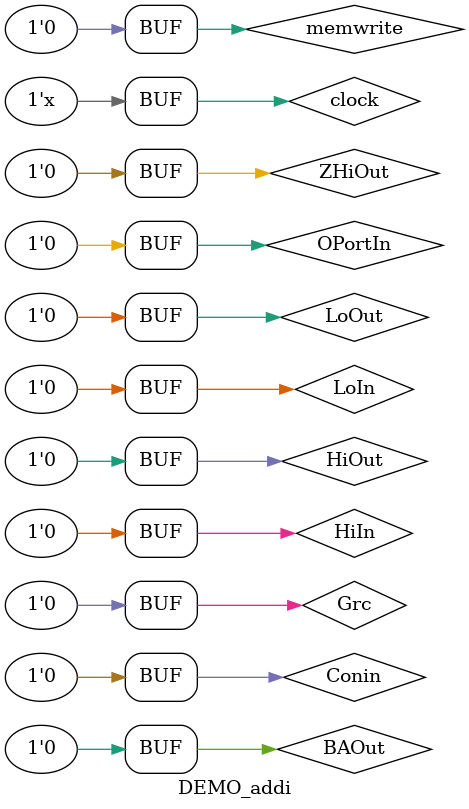
<source format=v>
`timescale 1ns/10ps
module DEMO_addi();

reg clock, clear;
reg [3:0] present_state;

reg HiIn, LoIn, ZIn, PCIn, MDRIn, MARIn, YIn, OPortIn, IRIn;
initial {HiIn, LoIn, ZIn, PCIn, MDRIn, MARIn, YIn, OPortIn, IRIn} = 0;
reg HiOut, LoOut, ZHiOut, ZLoOut, PCOut, MDROut, IPortOut, COut;
initial {HiOut, LoOut, ZHiOut, ZLoOut, PCOut, MDROut, IPortOut, COut} = 0;

reg [31:0] IPortInput = 0;

reg Gra, Grb, Grc, RIn, ROut, BAOut;
initial {Gra, Grb, Grc, RIn, ROut, BAOut} = 0;

reg Conin = 0;
wire ConOut;

reg memread = 0, memwrite = 0;
reg [4:0] ALUCode = 0;
reg initMem = 0;

DataPath dp(
	clock, clear, 
	HiIn, LoIn, ZIn, PCIn, MDRIn, MARIn, YIn, OPortIn, IRIn,
	HiOut, LoOut, ZHiOut, ZLoOut, PCOut, MDROut, IPortOut, COut,
	IPortInput,
	Gra, Grb, Grc, RIn, ROut, BAOut,
	Conin, ConOut,
	memread, memwrite, 
	ALUCode,
	initMem
);


//states and clock control:
parameter init1 = 4'd1, init2 = 4'd2, init3 = 4'd3, T0 = 4'd4, T1 = 4'd5, T2 = 4'd6, T3 = 4'd7, T4 = 4'd8, T5 = 4'd9, T6 = 4'd10, T7 = 4'd11;//can add more states here
initial begin clock = 0; present_state = 4'd0; end
always #10 clock = ~clock;
always @ (negedge clock) present_state = present_state + 1;



always @(present_state) begin
	case(present_state)
		init1: begin //Preload Register with value
			initMem = 1;
			IPortInput = 32'bxxxxx_0110_xxxx_0000000000000000100;//32'bxxxxx_register_xxxx_value
			IPortOut = 1;
			IRIn = 1;
			#15 IRIn = 0; IPortOut = 0; initMem = 0;
		end
		init2: begin
			Gra = 1;
			RIn = 1;
			COut = 1;
			#15 Gra = 0; RIn = 0; COut = 0;
		end
		init3: begin
			PCIn = 1;
			IPortInput = 32'd331;//preload PC with instruction memory location
			IPortOut = 1;
			#15 PCIn = 0; IPortOut = 0;
		end
		T0: begin
			PCOut = 1; MARIn = 1; ALUCode = 5'b11111; ZIn = 1;
			#15 PCOut = 0; MARIn = 0; ALUCode = 5'b0; ZIn = 0;
		end
		T1: begin
			ZLoOut = 1; PCIn = 1; memread = 1; MDRIn = 1;
			#15 ZLoOut = 0; PCIn = 0; memread = 0; MDRIn = 0;
		end
		T2: begin
			MDROut = 1; IRIn = 1;
			#15 MDROut = 0; IRIn = 0;
		end
		T3: begin
			Grb = 1; ROut = 1; YIn = 1;
			#15 Grb = 0; ROut = 0; YIn = 0;
		end
		T4: begin
			COut = 1; ALUCode = 5'b00011; ZIn = 1;
			#15 COut = 0; ZIn = 0;
		end
		T5: begin
			ZLoOut = 1; Gra = 1; RIn = 1;
			#15 ZLoOut = 0; Gra = 0; RIn = 0;
		end
		T6: begin

		end
		T7: begin

		end
	endcase
end
endmodule 
</source>
